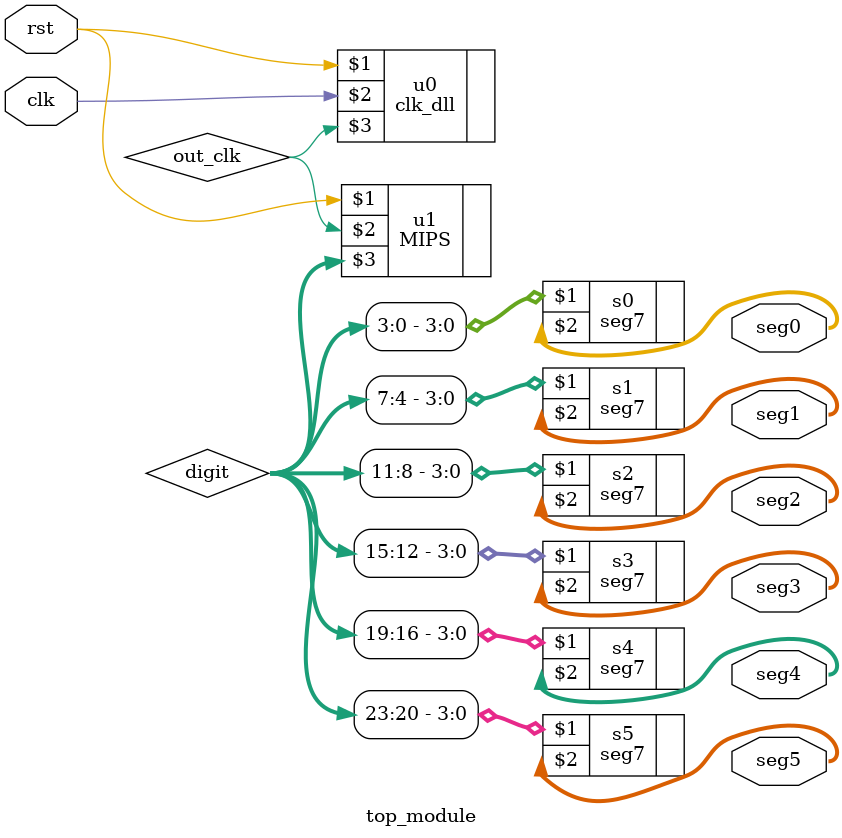
<source format=v>
module top_module(clk, rst, seg0, seg1, seg2, seg3, seg4, seg5);
	input clk, rst;
	output [6:0] seg0, seg1, seg2, seg3, seg4, seg5;

	wire out_clk;
	wire [23:0] digit;
	
	clk_dll u0(rst, clk, out_clk);
	MIPS u1(rst, out_clk, digit);
	seg7 s5(digit[23:20], seg5);	
	seg7 s4(digit[19:16], seg4);
	seg7 s3(digit[15:12], seg3);
	seg7 s2(digit[11:8], seg2);
	seg7 s1(digit[7:4], seg1);
	seg7 s0(digit[3:0], seg0);
endmodule

</source>
